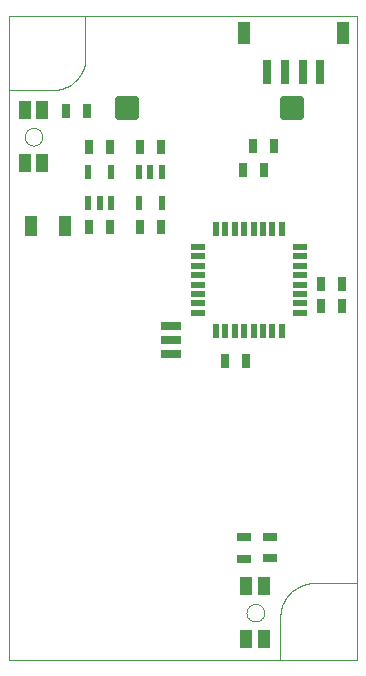
<source format=gtp>
G75*
G70*
%OFA0B0*%
%FSLAX24Y24*%
%IPPOS*%
%LPD*%
%AMOC8*
5,1,8,0,0,1.08239X$1,22.5*
%
%ADD10C,0.0000*%
%ADD11R,0.0500X0.0220*%
%ADD12R,0.0220X0.0500*%
%ADD13R,0.0669X0.0276*%
%ADD14R,0.0315X0.0472*%
%ADD15R,0.0217X0.0472*%
%ADD16R,0.0394X0.0709*%
%ADD17R,0.0472X0.0315*%
%ADD18C,0.0197*%
%ADD19R,0.0433X0.0591*%
%ADD20R,0.0276X0.0787*%
%ADD21R,0.0433X0.0748*%
D10*
X000373Y000131D02*
X000373Y019127D01*
X001840Y019127D01*
X001903Y019129D01*
X001967Y019134D01*
X002030Y019144D01*
X002092Y019156D01*
X002153Y019173D01*
X002213Y019193D01*
X002273Y019216D01*
X002330Y019243D01*
X002386Y019273D01*
X002440Y019307D01*
X002492Y019343D01*
X002542Y019382D01*
X002589Y019425D01*
X002634Y019470D01*
X002677Y019517D01*
X002716Y019567D01*
X002752Y019619D01*
X002786Y019673D01*
X002816Y019729D01*
X002843Y019786D01*
X002866Y019846D01*
X002886Y019906D01*
X002903Y019967D01*
X002915Y020029D01*
X002925Y020092D01*
X002930Y020156D01*
X002932Y020219D01*
X002932Y021588D01*
X011987Y021588D01*
X011987Y002690D01*
X010554Y002690D01*
X010489Y002688D01*
X010423Y002682D01*
X010358Y002673D01*
X010294Y002660D01*
X010231Y002643D01*
X010169Y002622D01*
X010108Y002598D01*
X010049Y002570D01*
X009991Y002539D01*
X009935Y002505D01*
X009882Y002467D01*
X009830Y002427D01*
X009781Y002383D01*
X009735Y002337D01*
X009691Y002288D01*
X009651Y002236D01*
X009613Y002183D01*
X009579Y002127D01*
X009548Y002069D01*
X009520Y002010D01*
X009496Y001949D01*
X009475Y001887D01*
X009458Y001824D01*
X009445Y001760D01*
X009436Y001695D01*
X009430Y001629D01*
X009428Y001564D01*
X009428Y000131D01*
X000373Y000131D01*
X008298Y001706D02*
X008300Y001740D01*
X008306Y001774D01*
X008316Y001807D01*
X008329Y001838D01*
X008347Y001868D01*
X008367Y001896D01*
X008391Y001921D01*
X008417Y001943D01*
X008445Y001961D01*
X008476Y001977D01*
X008508Y001989D01*
X008542Y001997D01*
X008576Y002001D01*
X008610Y002001D01*
X008644Y001997D01*
X008678Y001989D01*
X008710Y001977D01*
X008740Y001961D01*
X008769Y001943D01*
X008795Y001921D01*
X008819Y001896D01*
X008839Y001868D01*
X008857Y001838D01*
X008870Y001807D01*
X008880Y001774D01*
X008886Y001740D01*
X008888Y001706D01*
X008886Y001672D01*
X008880Y001638D01*
X008870Y001605D01*
X008857Y001574D01*
X008839Y001544D01*
X008819Y001516D01*
X008795Y001491D01*
X008769Y001469D01*
X008741Y001451D01*
X008710Y001435D01*
X008678Y001423D01*
X008644Y001415D01*
X008610Y001411D01*
X008576Y001411D01*
X008542Y001415D01*
X008508Y001423D01*
X008476Y001435D01*
X008445Y001451D01*
X008417Y001469D01*
X008391Y001491D01*
X008367Y001516D01*
X008347Y001544D01*
X008329Y001574D01*
X008316Y001605D01*
X008306Y001638D01*
X008300Y001672D01*
X008298Y001706D01*
X009428Y000131D02*
X011987Y000131D01*
X011987Y002690D01*
X000905Y017572D02*
X000907Y017606D01*
X000913Y017640D01*
X000923Y017673D01*
X000936Y017704D01*
X000954Y017734D01*
X000974Y017762D01*
X000998Y017787D01*
X001024Y017809D01*
X001052Y017827D01*
X001083Y017843D01*
X001115Y017855D01*
X001149Y017863D01*
X001183Y017867D01*
X001217Y017867D01*
X001251Y017863D01*
X001285Y017855D01*
X001317Y017843D01*
X001347Y017827D01*
X001376Y017809D01*
X001402Y017787D01*
X001426Y017762D01*
X001446Y017734D01*
X001464Y017704D01*
X001477Y017673D01*
X001487Y017640D01*
X001493Y017606D01*
X001495Y017572D01*
X001493Y017538D01*
X001487Y017504D01*
X001477Y017471D01*
X001464Y017440D01*
X001446Y017410D01*
X001426Y017382D01*
X001402Y017357D01*
X001376Y017335D01*
X001348Y017317D01*
X001317Y017301D01*
X001285Y017289D01*
X001251Y017281D01*
X001217Y017277D01*
X001183Y017277D01*
X001149Y017281D01*
X001115Y017289D01*
X001083Y017301D01*
X001052Y017317D01*
X001024Y017335D01*
X000998Y017357D01*
X000974Y017382D01*
X000954Y017410D01*
X000936Y017440D01*
X000923Y017471D01*
X000913Y017504D01*
X000907Y017538D01*
X000905Y017572D01*
X000373Y019127D02*
X000373Y021588D01*
X002932Y021588D01*
D11*
X006688Y013901D03*
X006688Y013586D03*
X006688Y013271D03*
X006688Y012956D03*
X006688Y012641D03*
X006688Y012326D03*
X006688Y012011D03*
X006688Y011696D03*
X010068Y011696D03*
X010068Y012011D03*
X010068Y012326D03*
X010068Y012641D03*
X010068Y012956D03*
X010068Y013271D03*
X010068Y013586D03*
X010068Y013901D03*
D12*
X009480Y014489D03*
X009165Y014489D03*
X008850Y014489D03*
X008536Y014489D03*
X008221Y014489D03*
X007906Y014489D03*
X007591Y014489D03*
X007276Y014489D03*
X007276Y011109D03*
X007591Y011109D03*
X007906Y011109D03*
X008221Y011109D03*
X008536Y011109D03*
X008850Y011109D03*
X009165Y011109D03*
X009480Y011109D03*
D13*
X005786Y011264D03*
X005786Y010792D03*
X005786Y010320D03*
D14*
X007578Y010096D03*
X008286Y010096D03*
X010767Y011942D03*
X010767Y012670D03*
X011475Y012670D03*
X011475Y011942D03*
X008877Y016470D03*
X009211Y017257D03*
X008503Y017257D03*
X008168Y016470D03*
X005452Y017218D03*
X004743Y017218D03*
X003759Y017218D03*
X003050Y017218D03*
X002975Y018438D03*
X002267Y018438D03*
X003050Y014560D03*
X003759Y014560D03*
X004743Y014560D03*
X005452Y014560D03*
D15*
X005471Y015367D03*
X004723Y015367D03*
X004723Y016391D03*
X005097Y016391D03*
X005471Y016391D03*
X003778Y016391D03*
X003030Y016391D03*
X003030Y015367D03*
X003404Y015367D03*
X003778Y015367D03*
D16*
X002233Y014580D03*
X001131Y014580D03*
D17*
X008219Y004218D03*
X008219Y003509D03*
X009082Y003521D03*
X009082Y004229D03*
D18*
X009527Y018222D02*
X009527Y018812D01*
X010117Y018812D01*
X010117Y018222D01*
X009527Y018222D01*
X009527Y018418D02*
X010117Y018418D01*
X010117Y018614D02*
X009527Y018614D01*
X009527Y018810D02*
X010117Y018810D01*
X004605Y018812D02*
X004605Y018222D01*
X004015Y018222D01*
X004015Y018812D01*
X004605Y018812D01*
X004605Y018418D02*
X004015Y018418D01*
X004015Y018614D02*
X004605Y018614D01*
X004605Y018810D02*
X004015Y018810D01*
D19*
X001495Y018458D03*
X000904Y018458D03*
X000904Y016686D03*
X001495Y016686D03*
X008298Y002592D03*
X008889Y002592D03*
X008889Y000820D03*
X008298Y000820D03*
D20*
X008987Y019726D03*
X009578Y019726D03*
X010168Y019726D03*
X010759Y019726D03*
D21*
X011526Y021044D03*
X008219Y021044D03*
M02*

</source>
